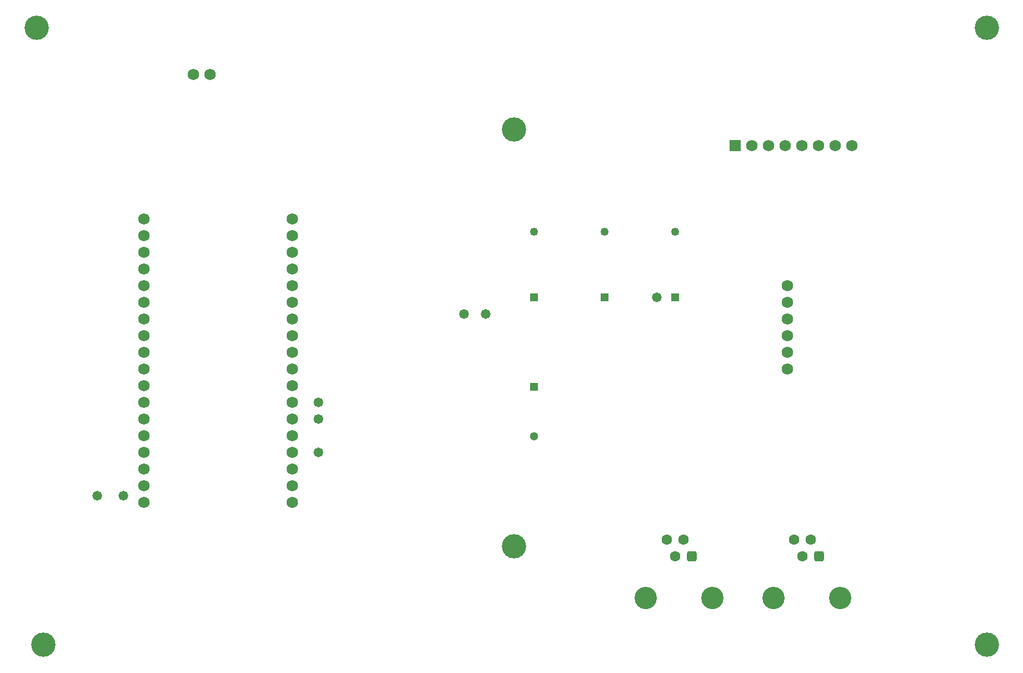
<source format=gbs>
G04*
G04 #@! TF.GenerationSoftware,Altium Limited,Altium Designer,23.10.1 (27)*
G04*
G04 Layer_Color=16711935*
%FSLAX44Y44*%
%MOMM*%
G71*
G04*
G04 #@! TF.SameCoordinates,65B3EC9E-D37A-46B0-B86B-2C063DE75700*
G04*
G04*
G04 #@! TF.FilePolarity,Negative*
G04*
G01*
G75*
%ADD12C,3.7032*%
%ADD13C,1.7272*%
G04:AMPARAMS|DCode=14|XSize=1.6032mm|YSize=1.6032mm|CornerRadius=0.4516mm|HoleSize=0mm|Usage=FLASHONLY|Rotation=180.000|XOffset=0mm|YOffset=0mm|HoleType=Round|Shape=RoundedRectangle|*
%AMROUNDEDRECTD14*
21,1,1.6032,0.7000,0,0,180.0*
21,1,0.7000,1.6032,0,0,180.0*
1,1,0.9032,-0.3500,0.3500*
1,1,0.9032,0.3500,0.3500*
1,1,0.9032,0.3500,-0.3500*
1,1,0.9032,-0.3500,-0.3500*
%
%ADD14ROUNDEDRECTD14*%
%ADD15C,1.6032*%
%ADD16C,3.4032*%
%ADD17R,1.7272X1.7272*%
%ADD18C,1.2500*%
%ADD19R,1.2500X1.2500*%
%ADD20C,1.3000*%
%ADD21R,1.3000X1.3000*%
%ADD22C,1.4732*%
D12*
X762000Y190500D02*
D03*
Y825500D02*
D03*
X44450Y40640D02*
D03*
X34290Y980440D02*
D03*
X1482090D02*
D03*
Y40640D02*
D03*
D13*
X424180Y689610D02*
D03*
Y664210D02*
D03*
Y638810D02*
D03*
Y613410D02*
D03*
Y588010D02*
D03*
Y562610D02*
D03*
Y537210D02*
D03*
Y511810D02*
D03*
Y486410D02*
D03*
Y461010D02*
D03*
Y435610D02*
D03*
Y410210D02*
D03*
Y384810D02*
D03*
Y359410D02*
D03*
Y334010D02*
D03*
Y308610D02*
D03*
Y283210D02*
D03*
Y257810D02*
D03*
X197866Y435610D02*
D03*
Y461010D02*
D03*
Y486410D02*
D03*
Y511810D02*
D03*
Y537210D02*
D03*
Y562610D02*
D03*
Y588010D02*
D03*
Y613410D02*
D03*
Y638810D02*
D03*
Y664210D02*
D03*
Y689610D02*
D03*
Y410210D02*
D03*
Y384810D02*
D03*
Y257810D02*
D03*
Y308610D02*
D03*
Y334010D02*
D03*
Y359410D02*
D03*
Y283210D02*
D03*
X1123950Y801370D02*
D03*
X1149350D02*
D03*
X1174750D02*
D03*
X1200150D02*
D03*
X1225550D02*
D03*
X1250950D02*
D03*
X1276350D02*
D03*
X298450Y909320D02*
D03*
X273050D02*
D03*
X1178560Y461010D02*
D03*
Y486410D02*
D03*
Y511810D02*
D03*
Y537210D02*
D03*
Y562610D02*
D03*
Y588010D02*
D03*
D14*
X1032510Y175810D02*
D03*
X1226820D02*
D03*
D15*
X1019810Y201210D02*
D03*
X1007110Y175810D02*
D03*
X994410Y201210D02*
D03*
X1188720D02*
D03*
X1201420Y175810D02*
D03*
X1214120Y201210D02*
D03*
D16*
X962660Y112310D02*
D03*
X1064260D02*
D03*
X1258570D02*
D03*
X1156970D02*
D03*
D17*
X1098550Y801370D02*
D03*
D18*
X1007110Y669760D02*
D03*
X899795D02*
D03*
X792480D02*
D03*
D19*
X1007110Y569760D02*
D03*
X899795D02*
D03*
X792480D02*
D03*
D20*
Y358740D02*
D03*
D21*
Y433740D02*
D03*
D22*
X463550Y334010D02*
D03*
X979170Y570230D02*
D03*
X685800Y544830D02*
D03*
X463550Y410210D02*
D03*
X166288Y267668D02*
D03*
X127000Y267970D02*
D03*
X718820Y544830D02*
D03*
X463550Y384810D02*
D03*
M02*

</source>
